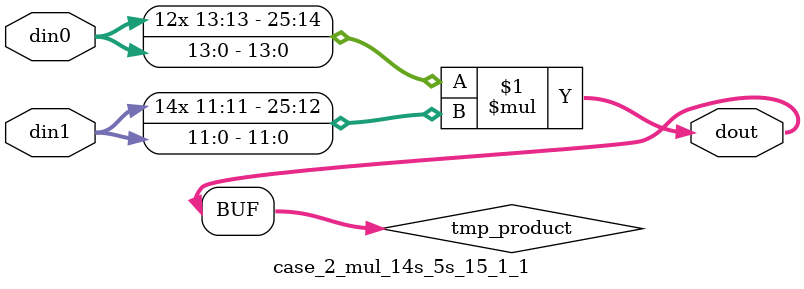
<source format=v>

`timescale 1 ns / 1 ps

 module case_2_mul_14s_5s_15_1_1(din0, din1, dout);
parameter ID = 1;
parameter NUM_STAGE = 0;
parameter din0_WIDTH = 14;
parameter din1_WIDTH = 12;
parameter dout_WIDTH = 26;

input [din0_WIDTH - 1 : 0] din0; 
input [din1_WIDTH - 1 : 0] din1; 
output [dout_WIDTH - 1 : 0] dout;

wire signed [dout_WIDTH - 1 : 0] tmp_product;



























assign tmp_product = $signed(din0) * $signed(din1);








assign dout = tmp_product;





















endmodule

</source>
